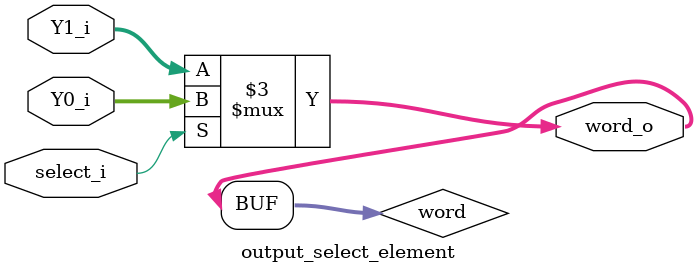
<source format=v>
module output_select_element (
	input select_i,
	input [63:0] Y0_i,
	input [63:0] Y1_i,
	
	output [63:0] word_o
    );

reg [63:0] word;

assign word_o = word;

always @(*) begin
	if (select_i) // Y0
	begin
		word[63:0] = Y0_i[63:0];
	end else begin // Y1
		word[63:0] = Y1_i[63:0];
	end
end

endmodule

</source>
